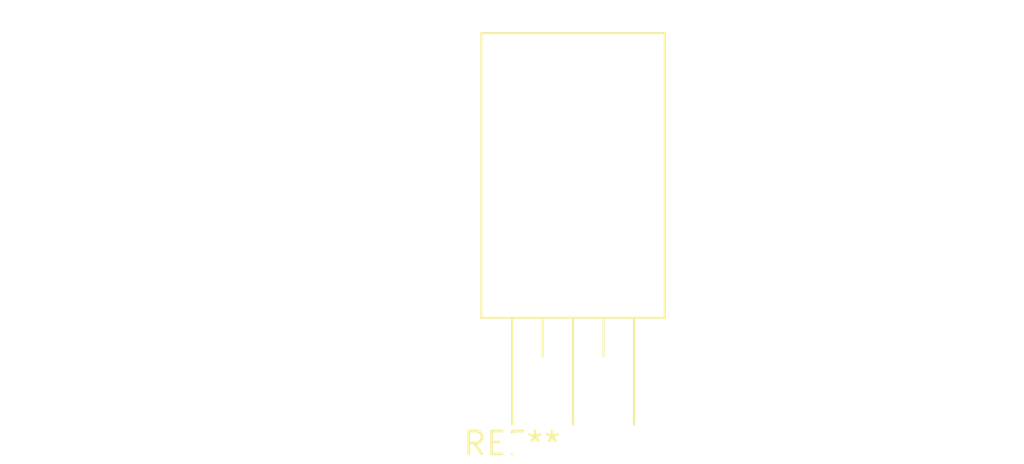
<source format=kicad_pcb>
(kicad_pcb (version 20240108) (generator pcbnew)
  (layers (0 "F.Cu" signal) (31 "B.Cu" signal) (34 "B.Paste" user) (35 "F.Paste" user) (36 "B.SilkS" user "B.Silkscreen") (37 "F.SilkS" user "F.Silkscreen") (38 "B.Mask" user) (39 "F.Mask" user) (44 "Edge.Cuts" user))
  (net 0 "")
  (footprint "TO-220-5_P3.4x3.8mm_StaggerOdd_Lead7.13mm_TabDown" (layer "F.Cu") (at 0 0)
    (property "Reference" "REF**")
    (property "Value" "TO-220-5_P3.4x3.8mm_StaggerOdd_Lead7.13mm_TabDown")
    (fp_line (start -1.721 -22.9) (end -1.721 -7.01) (layer "F.SilkS") (stroke (width 0.12)))
    (fp_line (start -1.721 -22.9) (end 8.52 -22.9) (layer "F.SilkS") (stroke (width 0.12)))
    (fp_line (start -1.721 -7.01) (end 8.52 -7.01) (layer "F.SilkS") (stroke (width 0.12)))
    (fp_line (start 0 -7.01) (end 0 -1.05) (layer "F.SilkS") (stroke (width 0.12)))
    (fp_line (start 1.7 -7.01) (end 1.7 -4.866) (layer "F.SilkS") (stroke (width 0.12)))
    (fp_line (start 3.4 -7.01) (end 3.4 -1.065) (layer "F.SilkS") (stroke (width 0.12)))
    (fp_line (start 5.1 -7.01) (end 5.1 -4.866) (layer "F.SilkS") (stroke (width 0.12)))
    (fp_line (start 6.8 -7.01) (end 6.8 -1.065) (layer "F.SilkS") (stroke (width 0.12)))
    (fp_line (start 8.52 -22.9) (end 8.52 -7.01) (layer "F.SilkS") (stroke (width 0.12)))
    (pad "" np_thru_hole oval (at 3.4 -19.98) (size 3.5 3.5) (drill 3.5) (layers *.Cu *.Mask))
    (pad "1" thru_hole rect (at 0 0) (size 1.8 1.8) (drill 1.1) (layers *.Cu *.Mask) (remove_unused_layers))
    (pad "2" thru_hole oval (at 1.7 -3.8) (size 1.8 1.8) (drill 1.1) (layers *.Cu *.Mask) (remove_unused_layers))
    (pad "3" thru_hole oval (at 3.4 0) (size 1.8 1.8) (drill 1.1) (layers *.Cu *.Mask) (remove_unused_layers))
    (pad "4" thru_hole oval (at 5.1 -3.8) (size 1.8 1.8) (drill 1.1) (layers *.Cu *.Mask) (remove_unused_layers))
    (pad "5" thru_hole oval (at 6.8 0) (size 1.8 1.8) (drill 1.1) (layers *.Cu *.Mask) (remove_unused_layers))
  )
)
</source>
